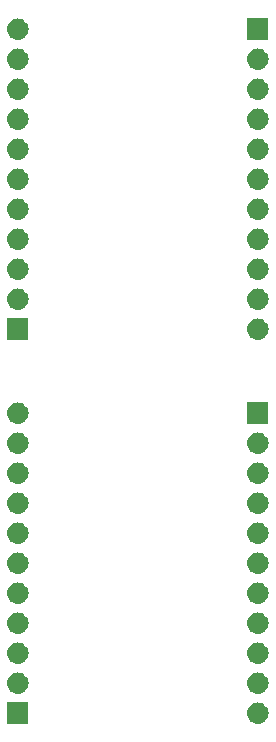
<source format=gbr>
G04 #@! TF.GenerationSoftware,KiCad,Pcbnew,5.1.3-ffb9f22~84~ubuntu18.04.1*
G04 #@! TF.CreationDate,2019-08-13T01:25:41-07:00*
G04 #@! TF.ProjectId,ATmega32U4breakout,41546d65-6761-4333-9255-34627265616b,rev?*
G04 #@! TF.SameCoordinates,Original*
G04 #@! TF.FileFunction,Soldermask,Bot*
G04 #@! TF.FilePolarity,Negative*
%FSLAX46Y46*%
G04 Gerber Fmt 4.6, Leading zero omitted, Abs format (unit mm)*
G04 Created by KiCad (PCBNEW 5.1.3-ffb9f22~84~ubuntu18.04.1) date 2019-08-13 01:25:41*
%MOMM*%
%LPD*%
G04 APERTURE LIST*
%ADD10C,0.100000*%
G04 APERTURE END LIST*
D10*
G36*
X144890442Y-118485518D02*
G01*
X144956627Y-118492037D01*
X145126466Y-118543557D01*
X145282991Y-118627222D01*
X145318729Y-118656552D01*
X145420186Y-118739814D01*
X145503448Y-118841271D01*
X145532778Y-118877009D01*
X145616443Y-119033534D01*
X145667963Y-119203373D01*
X145685359Y-119380000D01*
X145667963Y-119556627D01*
X145616443Y-119726466D01*
X145532778Y-119882991D01*
X145503448Y-119918729D01*
X145420186Y-120020186D01*
X145318729Y-120103448D01*
X145282991Y-120132778D01*
X145126466Y-120216443D01*
X144956627Y-120267963D01*
X144890442Y-120274482D01*
X144824260Y-120281000D01*
X144735740Y-120281000D01*
X144669558Y-120274482D01*
X144603373Y-120267963D01*
X144433534Y-120216443D01*
X144277009Y-120132778D01*
X144241271Y-120103448D01*
X144139814Y-120020186D01*
X144056552Y-119918729D01*
X144027222Y-119882991D01*
X143943557Y-119726466D01*
X143892037Y-119556627D01*
X143874641Y-119380000D01*
X143892037Y-119203373D01*
X143943557Y-119033534D01*
X144027222Y-118877009D01*
X144056552Y-118841271D01*
X144139814Y-118739814D01*
X144241271Y-118656552D01*
X144277009Y-118627222D01*
X144433534Y-118543557D01*
X144603373Y-118492037D01*
X144669558Y-118485518D01*
X144735740Y-118479000D01*
X144824260Y-118479000D01*
X144890442Y-118485518D01*
X144890442Y-118485518D01*
G37*
G36*
X125361000Y-120281000D02*
G01*
X123559000Y-120281000D01*
X123559000Y-118479000D01*
X125361000Y-118479000D01*
X125361000Y-120281000D01*
X125361000Y-120281000D01*
G37*
G36*
X144890442Y-115945518D02*
G01*
X144956627Y-115952037D01*
X145126466Y-116003557D01*
X145282991Y-116087222D01*
X145318729Y-116116552D01*
X145420186Y-116199814D01*
X145503448Y-116301271D01*
X145532778Y-116337009D01*
X145616443Y-116493534D01*
X145667963Y-116663373D01*
X145685359Y-116840000D01*
X145667963Y-117016627D01*
X145616443Y-117186466D01*
X145532778Y-117342991D01*
X145503448Y-117378729D01*
X145420186Y-117480186D01*
X145318729Y-117563448D01*
X145282991Y-117592778D01*
X145126466Y-117676443D01*
X144956627Y-117727963D01*
X144890442Y-117734482D01*
X144824260Y-117741000D01*
X144735740Y-117741000D01*
X144669558Y-117734482D01*
X144603373Y-117727963D01*
X144433534Y-117676443D01*
X144277009Y-117592778D01*
X144241271Y-117563448D01*
X144139814Y-117480186D01*
X144056552Y-117378729D01*
X144027222Y-117342991D01*
X143943557Y-117186466D01*
X143892037Y-117016627D01*
X143874641Y-116840000D01*
X143892037Y-116663373D01*
X143943557Y-116493534D01*
X144027222Y-116337009D01*
X144056552Y-116301271D01*
X144139814Y-116199814D01*
X144241271Y-116116552D01*
X144277009Y-116087222D01*
X144433534Y-116003557D01*
X144603373Y-115952037D01*
X144669558Y-115945518D01*
X144735740Y-115939000D01*
X144824260Y-115939000D01*
X144890442Y-115945518D01*
X144890442Y-115945518D01*
G37*
G36*
X124570442Y-115945518D02*
G01*
X124636627Y-115952037D01*
X124806466Y-116003557D01*
X124962991Y-116087222D01*
X124998729Y-116116552D01*
X125100186Y-116199814D01*
X125183448Y-116301271D01*
X125212778Y-116337009D01*
X125296443Y-116493534D01*
X125347963Y-116663373D01*
X125365359Y-116840000D01*
X125347963Y-117016627D01*
X125296443Y-117186466D01*
X125212778Y-117342991D01*
X125183448Y-117378729D01*
X125100186Y-117480186D01*
X124998729Y-117563448D01*
X124962991Y-117592778D01*
X124806466Y-117676443D01*
X124636627Y-117727963D01*
X124570442Y-117734482D01*
X124504260Y-117741000D01*
X124415740Y-117741000D01*
X124349558Y-117734482D01*
X124283373Y-117727963D01*
X124113534Y-117676443D01*
X123957009Y-117592778D01*
X123921271Y-117563448D01*
X123819814Y-117480186D01*
X123736552Y-117378729D01*
X123707222Y-117342991D01*
X123623557Y-117186466D01*
X123572037Y-117016627D01*
X123554641Y-116840000D01*
X123572037Y-116663373D01*
X123623557Y-116493534D01*
X123707222Y-116337009D01*
X123736552Y-116301271D01*
X123819814Y-116199814D01*
X123921271Y-116116552D01*
X123957009Y-116087222D01*
X124113534Y-116003557D01*
X124283373Y-115952037D01*
X124349558Y-115945518D01*
X124415740Y-115939000D01*
X124504260Y-115939000D01*
X124570442Y-115945518D01*
X124570442Y-115945518D01*
G37*
G36*
X124570443Y-113405519D02*
G01*
X124636627Y-113412037D01*
X124806466Y-113463557D01*
X124962991Y-113547222D01*
X124998729Y-113576552D01*
X125100186Y-113659814D01*
X125183448Y-113761271D01*
X125212778Y-113797009D01*
X125296443Y-113953534D01*
X125347963Y-114123373D01*
X125365359Y-114300000D01*
X125347963Y-114476627D01*
X125296443Y-114646466D01*
X125212778Y-114802991D01*
X125183448Y-114838729D01*
X125100186Y-114940186D01*
X124998729Y-115023448D01*
X124962991Y-115052778D01*
X124806466Y-115136443D01*
X124636627Y-115187963D01*
X124570442Y-115194482D01*
X124504260Y-115201000D01*
X124415740Y-115201000D01*
X124349558Y-115194482D01*
X124283373Y-115187963D01*
X124113534Y-115136443D01*
X123957009Y-115052778D01*
X123921271Y-115023448D01*
X123819814Y-114940186D01*
X123736552Y-114838729D01*
X123707222Y-114802991D01*
X123623557Y-114646466D01*
X123572037Y-114476627D01*
X123554641Y-114300000D01*
X123572037Y-114123373D01*
X123623557Y-113953534D01*
X123707222Y-113797009D01*
X123736552Y-113761271D01*
X123819814Y-113659814D01*
X123921271Y-113576552D01*
X123957009Y-113547222D01*
X124113534Y-113463557D01*
X124283373Y-113412037D01*
X124349557Y-113405519D01*
X124415740Y-113399000D01*
X124504260Y-113399000D01*
X124570443Y-113405519D01*
X124570443Y-113405519D01*
G37*
G36*
X144890443Y-113405519D02*
G01*
X144956627Y-113412037D01*
X145126466Y-113463557D01*
X145282991Y-113547222D01*
X145318729Y-113576552D01*
X145420186Y-113659814D01*
X145503448Y-113761271D01*
X145532778Y-113797009D01*
X145616443Y-113953534D01*
X145667963Y-114123373D01*
X145685359Y-114300000D01*
X145667963Y-114476627D01*
X145616443Y-114646466D01*
X145532778Y-114802991D01*
X145503448Y-114838729D01*
X145420186Y-114940186D01*
X145318729Y-115023448D01*
X145282991Y-115052778D01*
X145126466Y-115136443D01*
X144956627Y-115187963D01*
X144890442Y-115194482D01*
X144824260Y-115201000D01*
X144735740Y-115201000D01*
X144669558Y-115194482D01*
X144603373Y-115187963D01*
X144433534Y-115136443D01*
X144277009Y-115052778D01*
X144241271Y-115023448D01*
X144139814Y-114940186D01*
X144056552Y-114838729D01*
X144027222Y-114802991D01*
X143943557Y-114646466D01*
X143892037Y-114476627D01*
X143874641Y-114300000D01*
X143892037Y-114123373D01*
X143943557Y-113953534D01*
X144027222Y-113797009D01*
X144056552Y-113761271D01*
X144139814Y-113659814D01*
X144241271Y-113576552D01*
X144277009Y-113547222D01*
X144433534Y-113463557D01*
X144603373Y-113412037D01*
X144669557Y-113405519D01*
X144735740Y-113399000D01*
X144824260Y-113399000D01*
X144890443Y-113405519D01*
X144890443Y-113405519D01*
G37*
G36*
X124570442Y-110865518D02*
G01*
X124636627Y-110872037D01*
X124806466Y-110923557D01*
X124962991Y-111007222D01*
X124998729Y-111036552D01*
X125100186Y-111119814D01*
X125183448Y-111221271D01*
X125212778Y-111257009D01*
X125296443Y-111413534D01*
X125347963Y-111583373D01*
X125365359Y-111760000D01*
X125347963Y-111936627D01*
X125296443Y-112106466D01*
X125212778Y-112262991D01*
X125183448Y-112298729D01*
X125100186Y-112400186D01*
X124998729Y-112483448D01*
X124962991Y-112512778D01*
X124806466Y-112596443D01*
X124636627Y-112647963D01*
X124570442Y-112654482D01*
X124504260Y-112661000D01*
X124415740Y-112661000D01*
X124349558Y-112654482D01*
X124283373Y-112647963D01*
X124113534Y-112596443D01*
X123957009Y-112512778D01*
X123921271Y-112483448D01*
X123819814Y-112400186D01*
X123736552Y-112298729D01*
X123707222Y-112262991D01*
X123623557Y-112106466D01*
X123572037Y-111936627D01*
X123554641Y-111760000D01*
X123572037Y-111583373D01*
X123623557Y-111413534D01*
X123707222Y-111257009D01*
X123736552Y-111221271D01*
X123819814Y-111119814D01*
X123921271Y-111036552D01*
X123957009Y-111007222D01*
X124113534Y-110923557D01*
X124283373Y-110872037D01*
X124349558Y-110865518D01*
X124415740Y-110859000D01*
X124504260Y-110859000D01*
X124570442Y-110865518D01*
X124570442Y-110865518D01*
G37*
G36*
X144890442Y-110865518D02*
G01*
X144956627Y-110872037D01*
X145126466Y-110923557D01*
X145282991Y-111007222D01*
X145318729Y-111036552D01*
X145420186Y-111119814D01*
X145503448Y-111221271D01*
X145532778Y-111257009D01*
X145616443Y-111413534D01*
X145667963Y-111583373D01*
X145685359Y-111760000D01*
X145667963Y-111936627D01*
X145616443Y-112106466D01*
X145532778Y-112262991D01*
X145503448Y-112298729D01*
X145420186Y-112400186D01*
X145318729Y-112483448D01*
X145282991Y-112512778D01*
X145126466Y-112596443D01*
X144956627Y-112647963D01*
X144890442Y-112654482D01*
X144824260Y-112661000D01*
X144735740Y-112661000D01*
X144669558Y-112654482D01*
X144603373Y-112647963D01*
X144433534Y-112596443D01*
X144277009Y-112512778D01*
X144241271Y-112483448D01*
X144139814Y-112400186D01*
X144056552Y-112298729D01*
X144027222Y-112262991D01*
X143943557Y-112106466D01*
X143892037Y-111936627D01*
X143874641Y-111760000D01*
X143892037Y-111583373D01*
X143943557Y-111413534D01*
X144027222Y-111257009D01*
X144056552Y-111221271D01*
X144139814Y-111119814D01*
X144241271Y-111036552D01*
X144277009Y-111007222D01*
X144433534Y-110923557D01*
X144603373Y-110872037D01*
X144669558Y-110865518D01*
X144735740Y-110859000D01*
X144824260Y-110859000D01*
X144890442Y-110865518D01*
X144890442Y-110865518D01*
G37*
G36*
X124570443Y-108325519D02*
G01*
X124636627Y-108332037D01*
X124806466Y-108383557D01*
X124962991Y-108467222D01*
X124998729Y-108496552D01*
X125100186Y-108579814D01*
X125183448Y-108681271D01*
X125212778Y-108717009D01*
X125296443Y-108873534D01*
X125347963Y-109043373D01*
X125365359Y-109220000D01*
X125347963Y-109396627D01*
X125296443Y-109566466D01*
X125212778Y-109722991D01*
X125183448Y-109758729D01*
X125100186Y-109860186D01*
X124998729Y-109943448D01*
X124962991Y-109972778D01*
X124806466Y-110056443D01*
X124636627Y-110107963D01*
X124570443Y-110114481D01*
X124504260Y-110121000D01*
X124415740Y-110121000D01*
X124349557Y-110114481D01*
X124283373Y-110107963D01*
X124113534Y-110056443D01*
X123957009Y-109972778D01*
X123921271Y-109943448D01*
X123819814Y-109860186D01*
X123736552Y-109758729D01*
X123707222Y-109722991D01*
X123623557Y-109566466D01*
X123572037Y-109396627D01*
X123554641Y-109220000D01*
X123572037Y-109043373D01*
X123623557Y-108873534D01*
X123707222Y-108717009D01*
X123736552Y-108681271D01*
X123819814Y-108579814D01*
X123921271Y-108496552D01*
X123957009Y-108467222D01*
X124113534Y-108383557D01*
X124283373Y-108332037D01*
X124349557Y-108325519D01*
X124415740Y-108319000D01*
X124504260Y-108319000D01*
X124570443Y-108325519D01*
X124570443Y-108325519D01*
G37*
G36*
X144890443Y-108325519D02*
G01*
X144956627Y-108332037D01*
X145126466Y-108383557D01*
X145282991Y-108467222D01*
X145318729Y-108496552D01*
X145420186Y-108579814D01*
X145503448Y-108681271D01*
X145532778Y-108717009D01*
X145616443Y-108873534D01*
X145667963Y-109043373D01*
X145685359Y-109220000D01*
X145667963Y-109396627D01*
X145616443Y-109566466D01*
X145532778Y-109722991D01*
X145503448Y-109758729D01*
X145420186Y-109860186D01*
X145318729Y-109943448D01*
X145282991Y-109972778D01*
X145126466Y-110056443D01*
X144956627Y-110107963D01*
X144890443Y-110114481D01*
X144824260Y-110121000D01*
X144735740Y-110121000D01*
X144669557Y-110114481D01*
X144603373Y-110107963D01*
X144433534Y-110056443D01*
X144277009Y-109972778D01*
X144241271Y-109943448D01*
X144139814Y-109860186D01*
X144056552Y-109758729D01*
X144027222Y-109722991D01*
X143943557Y-109566466D01*
X143892037Y-109396627D01*
X143874641Y-109220000D01*
X143892037Y-109043373D01*
X143943557Y-108873534D01*
X144027222Y-108717009D01*
X144056552Y-108681271D01*
X144139814Y-108579814D01*
X144241271Y-108496552D01*
X144277009Y-108467222D01*
X144433534Y-108383557D01*
X144603373Y-108332037D01*
X144669557Y-108325519D01*
X144735740Y-108319000D01*
X144824260Y-108319000D01*
X144890443Y-108325519D01*
X144890443Y-108325519D01*
G37*
G36*
X124570443Y-105785519D02*
G01*
X124636627Y-105792037D01*
X124806466Y-105843557D01*
X124962991Y-105927222D01*
X124998729Y-105956552D01*
X125100186Y-106039814D01*
X125183448Y-106141271D01*
X125212778Y-106177009D01*
X125296443Y-106333534D01*
X125347963Y-106503373D01*
X125365359Y-106680000D01*
X125347963Y-106856627D01*
X125296443Y-107026466D01*
X125212778Y-107182991D01*
X125183448Y-107218729D01*
X125100186Y-107320186D01*
X124998729Y-107403448D01*
X124962991Y-107432778D01*
X124806466Y-107516443D01*
X124636627Y-107567963D01*
X124570443Y-107574481D01*
X124504260Y-107581000D01*
X124415740Y-107581000D01*
X124349557Y-107574481D01*
X124283373Y-107567963D01*
X124113534Y-107516443D01*
X123957009Y-107432778D01*
X123921271Y-107403448D01*
X123819814Y-107320186D01*
X123736552Y-107218729D01*
X123707222Y-107182991D01*
X123623557Y-107026466D01*
X123572037Y-106856627D01*
X123554641Y-106680000D01*
X123572037Y-106503373D01*
X123623557Y-106333534D01*
X123707222Y-106177009D01*
X123736552Y-106141271D01*
X123819814Y-106039814D01*
X123921271Y-105956552D01*
X123957009Y-105927222D01*
X124113534Y-105843557D01*
X124283373Y-105792037D01*
X124349557Y-105785519D01*
X124415740Y-105779000D01*
X124504260Y-105779000D01*
X124570443Y-105785519D01*
X124570443Y-105785519D01*
G37*
G36*
X144890443Y-105785519D02*
G01*
X144956627Y-105792037D01*
X145126466Y-105843557D01*
X145282991Y-105927222D01*
X145318729Y-105956552D01*
X145420186Y-106039814D01*
X145503448Y-106141271D01*
X145532778Y-106177009D01*
X145616443Y-106333534D01*
X145667963Y-106503373D01*
X145685359Y-106680000D01*
X145667963Y-106856627D01*
X145616443Y-107026466D01*
X145532778Y-107182991D01*
X145503448Y-107218729D01*
X145420186Y-107320186D01*
X145318729Y-107403448D01*
X145282991Y-107432778D01*
X145126466Y-107516443D01*
X144956627Y-107567963D01*
X144890443Y-107574481D01*
X144824260Y-107581000D01*
X144735740Y-107581000D01*
X144669557Y-107574481D01*
X144603373Y-107567963D01*
X144433534Y-107516443D01*
X144277009Y-107432778D01*
X144241271Y-107403448D01*
X144139814Y-107320186D01*
X144056552Y-107218729D01*
X144027222Y-107182991D01*
X143943557Y-107026466D01*
X143892037Y-106856627D01*
X143874641Y-106680000D01*
X143892037Y-106503373D01*
X143943557Y-106333534D01*
X144027222Y-106177009D01*
X144056552Y-106141271D01*
X144139814Y-106039814D01*
X144241271Y-105956552D01*
X144277009Y-105927222D01*
X144433534Y-105843557D01*
X144603373Y-105792037D01*
X144669557Y-105785519D01*
X144735740Y-105779000D01*
X144824260Y-105779000D01*
X144890443Y-105785519D01*
X144890443Y-105785519D01*
G37*
G36*
X144890443Y-103245519D02*
G01*
X144956627Y-103252037D01*
X145126466Y-103303557D01*
X145282991Y-103387222D01*
X145318729Y-103416552D01*
X145420186Y-103499814D01*
X145503448Y-103601271D01*
X145532778Y-103637009D01*
X145616443Y-103793534D01*
X145667963Y-103963373D01*
X145685359Y-104140000D01*
X145667963Y-104316627D01*
X145616443Y-104486466D01*
X145532778Y-104642991D01*
X145503448Y-104678729D01*
X145420186Y-104780186D01*
X145318729Y-104863448D01*
X145282991Y-104892778D01*
X145126466Y-104976443D01*
X144956627Y-105027963D01*
X144890442Y-105034482D01*
X144824260Y-105041000D01*
X144735740Y-105041000D01*
X144669557Y-105034481D01*
X144603373Y-105027963D01*
X144433534Y-104976443D01*
X144277009Y-104892778D01*
X144241271Y-104863448D01*
X144139814Y-104780186D01*
X144056552Y-104678729D01*
X144027222Y-104642991D01*
X143943557Y-104486466D01*
X143892037Y-104316627D01*
X143874641Y-104140000D01*
X143892037Y-103963373D01*
X143943557Y-103793534D01*
X144027222Y-103637009D01*
X144056552Y-103601271D01*
X144139814Y-103499814D01*
X144241271Y-103416552D01*
X144277009Y-103387222D01*
X144433534Y-103303557D01*
X144603373Y-103252037D01*
X144669558Y-103245518D01*
X144735740Y-103239000D01*
X144824260Y-103239000D01*
X144890443Y-103245519D01*
X144890443Y-103245519D01*
G37*
G36*
X124570443Y-103245519D02*
G01*
X124636627Y-103252037D01*
X124806466Y-103303557D01*
X124962991Y-103387222D01*
X124998729Y-103416552D01*
X125100186Y-103499814D01*
X125183448Y-103601271D01*
X125212778Y-103637009D01*
X125296443Y-103793534D01*
X125347963Y-103963373D01*
X125365359Y-104140000D01*
X125347963Y-104316627D01*
X125296443Y-104486466D01*
X125212778Y-104642991D01*
X125183448Y-104678729D01*
X125100186Y-104780186D01*
X124998729Y-104863448D01*
X124962991Y-104892778D01*
X124806466Y-104976443D01*
X124636627Y-105027963D01*
X124570442Y-105034482D01*
X124504260Y-105041000D01*
X124415740Y-105041000D01*
X124349557Y-105034481D01*
X124283373Y-105027963D01*
X124113534Y-104976443D01*
X123957009Y-104892778D01*
X123921271Y-104863448D01*
X123819814Y-104780186D01*
X123736552Y-104678729D01*
X123707222Y-104642991D01*
X123623557Y-104486466D01*
X123572037Y-104316627D01*
X123554641Y-104140000D01*
X123572037Y-103963373D01*
X123623557Y-103793534D01*
X123707222Y-103637009D01*
X123736552Y-103601271D01*
X123819814Y-103499814D01*
X123921271Y-103416552D01*
X123957009Y-103387222D01*
X124113534Y-103303557D01*
X124283373Y-103252037D01*
X124349558Y-103245518D01*
X124415740Y-103239000D01*
X124504260Y-103239000D01*
X124570443Y-103245519D01*
X124570443Y-103245519D01*
G37*
G36*
X144890443Y-100705519D02*
G01*
X144956627Y-100712037D01*
X145126466Y-100763557D01*
X145282991Y-100847222D01*
X145318729Y-100876552D01*
X145420186Y-100959814D01*
X145503448Y-101061271D01*
X145532778Y-101097009D01*
X145616443Y-101253534D01*
X145667963Y-101423373D01*
X145685359Y-101600000D01*
X145667963Y-101776627D01*
X145616443Y-101946466D01*
X145532778Y-102102991D01*
X145503448Y-102138729D01*
X145420186Y-102240186D01*
X145318729Y-102323448D01*
X145282991Y-102352778D01*
X145126466Y-102436443D01*
X144956627Y-102487963D01*
X144890442Y-102494482D01*
X144824260Y-102501000D01*
X144735740Y-102501000D01*
X144669558Y-102494482D01*
X144603373Y-102487963D01*
X144433534Y-102436443D01*
X144277009Y-102352778D01*
X144241271Y-102323448D01*
X144139814Y-102240186D01*
X144056552Y-102138729D01*
X144027222Y-102102991D01*
X143943557Y-101946466D01*
X143892037Y-101776627D01*
X143874641Y-101600000D01*
X143892037Y-101423373D01*
X143943557Y-101253534D01*
X144027222Y-101097009D01*
X144056552Y-101061271D01*
X144139814Y-100959814D01*
X144241271Y-100876552D01*
X144277009Y-100847222D01*
X144433534Y-100763557D01*
X144603373Y-100712037D01*
X144669557Y-100705519D01*
X144735740Y-100699000D01*
X144824260Y-100699000D01*
X144890443Y-100705519D01*
X144890443Y-100705519D01*
G37*
G36*
X124570443Y-100705519D02*
G01*
X124636627Y-100712037D01*
X124806466Y-100763557D01*
X124962991Y-100847222D01*
X124998729Y-100876552D01*
X125100186Y-100959814D01*
X125183448Y-101061271D01*
X125212778Y-101097009D01*
X125296443Y-101253534D01*
X125347963Y-101423373D01*
X125365359Y-101600000D01*
X125347963Y-101776627D01*
X125296443Y-101946466D01*
X125212778Y-102102991D01*
X125183448Y-102138729D01*
X125100186Y-102240186D01*
X124998729Y-102323448D01*
X124962991Y-102352778D01*
X124806466Y-102436443D01*
X124636627Y-102487963D01*
X124570442Y-102494482D01*
X124504260Y-102501000D01*
X124415740Y-102501000D01*
X124349558Y-102494482D01*
X124283373Y-102487963D01*
X124113534Y-102436443D01*
X123957009Y-102352778D01*
X123921271Y-102323448D01*
X123819814Y-102240186D01*
X123736552Y-102138729D01*
X123707222Y-102102991D01*
X123623557Y-101946466D01*
X123572037Y-101776627D01*
X123554641Y-101600000D01*
X123572037Y-101423373D01*
X123623557Y-101253534D01*
X123707222Y-101097009D01*
X123736552Y-101061271D01*
X123819814Y-100959814D01*
X123921271Y-100876552D01*
X123957009Y-100847222D01*
X124113534Y-100763557D01*
X124283373Y-100712037D01*
X124349557Y-100705519D01*
X124415740Y-100699000D01*
X124504260Y-100699000D01*
X124570443Y-100705519D01*
X124570443Y-100705519D01*
G37*
G36*
X124570443Y-98165519D02*
G01*
X124636627Y-98172037D01*
X124806466Y-98223557D01*
X124962991Y-98307222D01*
X124998729Y-98336552D01*
X125100186Y-98419814D01*
X125183448Y-98521271D01*
X125212778Y-98557009D01*
X125296443Y-98713534D01*
X125347963Y-98883373D01*
X125365359Y-99060000D01*
X125347963Y-99236627D01*
X125296443Y-99406466D01*
X125212778Y-99562991D01*
X125183448Y-99598729D01*
X125100186Y-99700186D01*
X124998729Y-99783448D01*
X124962991Y-99812778D01*
X124806466Y-99896443D01*
X124636627Y-99947963D01*
X124570443Y-99954481D01*
X124504260Y-99961000D01*
X124415740Y-99961000D01*
X124349557Y-99954481D01*
X124283373Y-99947963D01*
X124113534Y-99896443D01*
X123957009Y-99812778D01*
X123921271Y-99783448D01*
X123819814Y-99700186D01*
X123736552Y-99598729D01*
X123707222Y-99562991D01*
X123623557Y-99406466D01*
X123572037Y-99236627D01*
X123554641Y-99060000D01*
X123572037Y-98883373D01*
X123623557Y-98713534D01*
X123707222Y-98557009D01*
X123736552Y-98521271D01*
X123819814Y-98419814D01*
X123921271Y-98336552D01*
X123957009Y-98307222D01*
X124113534Y-98223557D01*
X124283373Y-98172037D01*
X124349557Y-98165519D01*
X124415740Y-98159000D01*
X124504260Y-98159000D01*
X124570443Y-98165519D01*
X124570443Y-98165519D01*
G37*
G36*
X144890443Y-98165519D02*
G01*
X144956627Y-98172037D01*
X145126466Y-98223557D01*
X145282991Y-98307222D01*
X145318729Y-98336552D01*
X145420186Y-98419814D01*
X145503448Y-98521271D01*
X145532778Y-98557009D01*
X145616443Y-98713534D01*
X145667963Y-98883373D01*
X145685359Y-99060000D01*
X145667963Y-99236627D01*
X145616443Y-99406466D01*
X145532778Y-99562991D01*
X145503448Y-99598729D01*
X145420186Y-99700186D01*
X145318729Y-99783448D01*
X145282991Y-99812778D01*
X145126466Y-99896443D01*
X144956627Y-99947963D01*
X144890443Y-99954481D01*
X144824260Y-99961000D01*
X144735740Y-99961000D01*
X144669557Y-99954481D01*
X144603373Y-99947963D01*
X144433534Y-99896443D01*
X144277009Y-99812778D01*
X144241271Y-99783448D01*
X144139814Y-99700186D01*
X144056552Y-99598729D01*
X144027222Y-99562991D01*
X143943557Y-99406466D01*
X143892037Y-99236627D01*
X143874641Y-99060000D01*
X143892037Y-98883373D01*
X143943557Y-98713534D01*
X144027222Y-98557009D01*
X144056552Y-98521271D01*
X144139814Y-98419814D01*
X144241271Y-98336552D01*
X144277009Y-98307222D01*
X144433534Y-98223557D01*
X144603373Y-98172037D01*
X144669557Y-98165519D01*
X144735740Y-98159000D01*
X144824260Y-98159000D01*
X144890443Y-98165519D01*
X144890443Y-98165519D01*
G37*
G36*
X124570442Y-95625518D02*
G01*
X124636627Y-95632037D01*
X124806466Y-95683557D01*
X124962991Y-95767222D01*
X124998729Y-95796552D01*
X125100186Y-95879814D01*
X125183448Y-95981271D01*
X125212778Y-96017009D01*
X125296443Y-96173534D01*
X125347963Y-96343373D01*
X125365359Y-96520000D01*
X125347963Y-96696627D01*
X125296443Y-96866466D01*
X125212778Y-97022991D01*
X125183448Y-97058729D01*
X125100186Y-97160186D01*
X124998729Y-97243448D01*
X124962991Y-97272778D01*
X124806466Y-97356443D01*
X124636627Y-97407963D01*
X124570442Y-97414482D01*
X124504260Y-97421000D01*
X124415740Y-97421000D01*
X124349558Y-97414482D01*
X124283373Y-97407963D01*
X124113534Y-97356443D01*
X123957009Y-97272778D01*
X123921271Y-97243448D01*
X123819814Y-97160186D01*
X123736552Y-97058729D01*
X123707222Y-97022991D01*
X123623557Y-96866466D01*
X123572037Y-96696627D01*
X123554641Y-96520000D01*
X123572037Y-96343373D01*
X123623557Y-96173534D01*
X123707222Y-96017009D01*
X123736552Y-95981271D01*
X123819814Y-95879814D01*
X123921271Y-95796552D01*
X123957009Y-95767222D01*
X124113534Y-95683557D01*
X124283373Y-95632037D01*
X124349558Y-95625518D01*
X124415740Y-95619000D01*
X124504260Y-95619000D01*
X124570442Y-95625518D01*
X124570442Y-95625518D01*
G37*
G36*
X144890442Y-95625518D02*
G01*
X144956627Y-95632037D01*
X145126466Y-95683557D01*
X145282991Y-95767222D01*
X145318729Y-95796552D01*
X145420186Y-95879814D01*
X145503448Y-95981271D01*
X145532778Y-96017009D01*
X145616443Y-96173534D01*
X145667963Y-96343373D01*
X145685359Y-96520000D01*
X145667963Y-96696627D01*
X145616443Y-96866466D01*
X145532778Y-97022991D01*
X145503448Y-97058729D01*
X145420186Y-97160186D01*
X145318729Y-97243448D01*
X145282991Y-97272778D01*
X145126466Y-97356443D01*
X144956627Y-97407963D01*
X144890442Y-97414482D01*
X144824260Y-97421000D01*
X144735740Y-97421000D01*
X144669558Y-97414482D01*
X144603373Y-97407963D01*
X144433534Y-97356443D01*
X144277009Y-97272778D01*
X144241271Y-97243448D01*
X144139814Y-97160186D01*
X144056552Y-97058729D01*
X144027222Y-97022991D01*
X143943557Y-96866466D01*
X143892037Y-96696627D01*
X143874641Y-96520000D01*
X143892037Y-96343373D01*
X143943557Y-96173534D01*
X144027222Y-96017009D01*
X144056552Y-95981271D01*
X144139814Y-95879814D01*
X144241271Y-95796552D01*
X144277009Y-95767222D01*
X144433534Y-95683557D01*
X144603373Y-95632037D01*
X144669558Y-95625518D01*
X144735740Y-95619000D01*
X144824260Y-95619000D01*
X144890442Y-95625518D01*
X144890442Y-95625518D01*
G37*
G36*
X124570443Y-93085519D02*
G01*
X124636627Y-93092037D01*
X124806466Y-93143557D01*
X124962991Y-93227222D01*
X124998729Y-93256552D01*
X125100186Y-93339814D01*
X125183448Y-93441271D01*
X125212778Y-93477009D01*
X125296443Y-93633534D01*
X125347963Y-93803373D01*
X125365359Y-93980000D01*
X125347963Y-94156627D01*
X125296443Y-94326466D01*
X125212778Y-94482991D01*
X125183448Y-94518729D01*
X125100186Y-94620186D01*
X124998729Y-94703448D01*
X124962991Y-94732778D01*
X124806466Y-94816443D01*
X124636627Y-94867963D01*
X124570443Y-94874481D01*
X124504260Y-94881000D01*
X124415740Y-94881000D01*
X124349557Y-94874481D01*
X124283373Y-94867963D01*
X124113534Y-94816443D01*
X123957009Y-94732778D01*
X123921271Y-94703448D01*
X123819814Y-94620186D01*
X123736552Y-94518729D01*
X123707222Y-94482991D01*
X123623557Y-94326466D01*
X123572037Y-94156627D01*
X123554641Y-93980000D01*
X123572037Y-93803373D01*
X123623557Y-93633534D01*
X123707222Y-93477009D01*
X123736552Y-93441271D01*
X123819814Y-93339814D01*
X123921271Y-93256552D01*
X123957009Y-93227222D01*
X124113534Y-93143557D01*
X124283373Y-93092037D01*
X124349557Y-93085519D01*
X124415740Y-93079000D01*
X124504260Y-93079000D01*
X124570443Y-93085519D01*
X124570443Y-93085519D01*
G37*
G36*
X145681000Y-94881000D02*
G01*
X143879000Y-94881000D01*
X143879000Y-93079000D01*
X145681000Y-93079000D01*
X145681000Y-94881000D01*
X145681000Y-94881000D01*
G37*
G36*
X125361000Y-87769000D02*
G01*
X123559000Y-87769000D01*
X123559000Y-85967000D01*
X125361000Y-85967000D01*
X125361000Y-87769000D01*
X125361000Y-87769000D01*
G37*
G36*
X144890443Y-85973519D02*
G01*
X144956627Y-85980037D01*
X145126466Y-86031557D01*
X145282991Y-86115222D01*
X145318729Y-86144552D01*
X145420186Y-86227814D01*
X145503448Y-86329271D01*
X145532778Y-86365009D01*
X145616443Y-86521534D01*
X145667963Y-86691373D01*
X145685359Y-86868000D01*
X145667963Y-87044627D01*
X145616443Y-87214466D01*
X145532778Y-87370991D01*
X145503448Y-87406729D01*
X145420186Y-87508186D01*
X145318729Y-87591448D01*
X145282991Y-87620778D01*
X145126466Y-87704443D01*
X144956627Y-87755963D01*
X144890442Y-87762482D01*
X144824260Y-87769000D01*
X144735740Y-87769000D01*
X144669558Y-87762482D01*
X144603373Y-87755963D01*
X144433534Y-87704443D01*
X144277009Y-87620778D01*
X144241271Y-87591448D01*
X144139814Y-87508186D01*
X144056552Y-87406729D01*
X144027222Y-87370991D01*
X143943557Y-87214466D01*
X143892037Y-87044627D01*
X143874641Y-86868000D01*
X143892037Y-86691373D01*
X143943557Y-86521534D01*
X144027222Y-86365009D01*
X144056552Y-86329271D01*
X144139814Y-86227814D01*
X144241271Y-86144552D01*
X144277009Y-86115222D01*
X144433534Y-86031557D01*
X144603373Y-85980037D01*
X144669557Y-85973519D01*
X144735740Y-85967000D01*
X144824260Y-85967000D01*
X144890443Y-85973519D01*
X144890443Y-85973519D01*
G37*
G36*
X124570443Y-83433519D02*
G01*
X124636627Y-83440037D01*
X124806466Y-83491557D01*
X124962991Y-83575222D01*
X124998729Y-83604552D01*
X125100186Y-83687814D01*
X125183448Y-83789271D01*
X125212778Y-83825009D01*
X125296443Y-83981534D01*
X125347963Y-84151373D01*
X125365359Y-84328000D01*
X125347963Y-84504627D01*
X125296443Y-84674466D01*
X125212778Y-84830991D01*
X125183448Y-84866729D01*
X125100186Y-84968186D01*
X124998729Y-85051448D01*
X124962991Y-85080778D01*
X124806466Y-85164443D01*
X124636627Y-85215963D01*
X124570443Y-85222481D01*
X124504260Y-85229000D01*
X124415740Y-85229000D01*
X124349557Y-85222481D01*
X124283373Y-85215963D01*
X124113534Y-85164443D01*
X123957009Y-85080778D01*
X123921271Y-85051448D01*
X123819814Y-84968186D01*
X123736552Y-84866729D01*
X123707222Y-84830991D01*
X123623557Y-84674466D01*
X123572037Y-84504627D01*
X123554641Y-84328000D01*
X123572037Y-84151373D01*
X123623557Y-83981534D01*
X123707222Y-83825009D01*
X123736552Y-83789271D01*
X123819814Y-83687814D01*
X123921271Y-83604552D01*
X123957009Y-83575222D01*
X124113534Y-83491557D01*
X124283373Y-83440037D01*
X124349557Y-83433519D01*
X124415740Y-83427000D01*
X124504260Y-83427000D01*
X124570443Y-83433519D01*
X124570443Y-83433519D01*
G37*
G36*
X144890443Y-83433519D02*
G01*
X144956627Y-83440037D01*
X145126466Y-83491557D01*
X145282991Y-83575222D01*
X145318729Y-83604552D01*
X145420186Y-83687814D01*
X145503448Y-83789271D01*
X145532778Y-83825009D01*
X145616443Y-83981534D01*
X145667963Y-84151373D01*
X145685359Y-84328000D01*
X145667963Y-84504627D01*
X145616443Y-84674466D01*
X145532778Y-84830991D01*
X145503448Y-84866729D01*
X145420186Y-84968186D01*
X145318729Y-85051448D01*
X145282991Y-85080778D01*
X145126466Y-85164443D01*
X144956627Y-85215963D01*
X144890443Y-85222481D01*
X144824260Y-85229000D01*
X144735740Y-85229000D01*
X144669557Y-85222481D01*
X144603373Y-85215963D01*
X144433534Y-85164443D01*
X144277009Y-85080778D01*
X144241271Y-85051448D01*
X144139814Y-84968186D01*
X144056552Y-84866729D01*
X144027222Y-84830991D01*
X143943557Y-84674466D01*
X143892037Y-84504627D01*
X143874641Y-84328000D01*
X143892037Y-84151373D01*
X143943557Y-83981534D01*
X144027222Y-83825009D01*
X144056552Y-83789271D01*
X144139814Y-83687814D01*
X144241271Y-83604552D01*
X144277009Y-83575222D01*
X144433534Y-83491557D01*
X144603373Y-83440037D01*
X144669557Y-83433519D01*
X144735740Y-83427000D01*
X144824260Y-83427000D01*
X144890443Y-83433519D01*
X144890443Y-83433519D01*
G37*
G36*
X124570442Y-80893518D02*
G01*
X124636627Y-80900037D01*
X124806466Y-80951557D01*
X124962991Y-81035222D01*
X124998729Y-81064552D01*
X125100186Y-81147814D01*
X125183448Y-81249271D01*
X125212778Y-81285009D01*
X125296443Y-81441534D01*
X125347963Y-81611373D01*
X125365359Y-81788000D01*
X125347963Y-81964627D01*
X125296443Y-82134466D01*
X125212778Y-82290991D01*
X125183448Y-82326729D01*
X125100186Y-82428186D01*
X124998729Y-82511448D01*
X124962991Y-82540778D01*
X124806466Y-82624443D01*
X124636627Y-82675963D01*
X124570442Y-82682482D01*
X124504260Y-82689000D01*
X124415740Y-82689000D01*
X124349558Y-82682482D01*
X124283373Y-82675963D01*
X124113534Y-82624443D01*
X123957009Y-82540778D01*
X123921271Y-82511448D01*
X123819814Y-82428186D01*
X123736552Y-82326729D01*
X123707222Y-82290991D01*
X123623557Y-82134466D01*
X123572037Y-81964627D01*
X123554641Y-81788000D01*
X123572037Y-81611373D01*
X123623557Y-81441534D01*
X123707222Y-81285009D01*
X123736552Y-81249271D01*
X123819814Y-81147814D01*
X123921271Y-81064552D01*
X123957009Y-81035222D01*
X124113534Y-80951557D01*
X124283373Y-80900037D01*
X124349558Y-80893518D01*
X124415740Y-80887000D01*
X124504260Y-80887000D01*
X124570442Y-80893518D01*
X124570442Y-80893518D01*
G37*
G36*
X144890442Y-80893518D02*
G01*
X144956627Y-80900037D01*
X145126466Y-80951557D01*
X145282991Y-81035222D01*
X145318729Y-81064552D01*
X145420186Y-81147814D01*
X145503448Y-81249271D01*
X145532778Y-81285009D01*
X145616443Y-81441534D01*
X145667963Y-81611373D01*
X145685359Y-81788000D01*
X145667963Y-81964627D01*
X145616443Y-82134466D01*
X145532778Y-82290991D01*
X145503448Y-82326729D01*
X145420186Y-82428186D01*
X145318729Y-82511448D01*
X145282991Y-82540778D01*
X145126466Y-82624443D01*
X144956627Y-82675963D01*
X144890442Y-82682482D01*
X144824260Y-82689000D01*
X144735740Y-82689000D01*
X144669558Y-82682482D01*
X144603373Y-82675963D01*
X144433534Y-82624443D01*
X144277009Y-82540778D01*
X144241271Y-82511448D01*
X144139814Y-82428186D01*
X144056552Y-82326729D01*
X144027222Y-82290991D01*
X143943557Y-82134466D01*
X143892037Y-81964627D01*
X143874641Y-81788000D01*
X143892037Y-81611373D01*
X143943557Y-81441534D01*
X144027222Y-81285009D01*
X144056552Y-81249271D01*
X144139814Y-81147814D01*
X144241271Y-81064552D01*
X144277009Y-81035222D01*
X144433534Y-80951557D01*
X144603373Y-80900037D01*
X144669558Y-80893518D01*
X144735740Y-80887000D01*
X144824260Y-80887000D01*
X144890442Y-80893518D01*
X144890442Y-80893518D01*
G37*
G36*
X144890443Y-78353519D02*
G01*
X144956627Y-78360037D01*
X145126466Y-78411557D01*
X145282991Y-78495222D01*
X145318729Y-78524552D01*
X145420186Y-78607814D01*
X145503448Y-78709271D01*
X145532778Y-78745009D01*
X145616443Y-78901534D01*
X145667963Y-79071373D01*
X145685359Y-79248000D01*
X145667963Y-79424627D01*
X145616443Y-79594466D01*
X145532778Y-79750991D01*
X145503448Y-79786729D01*
X145420186Y-79888186D01*
X145318729Y-79971448D01*
X145282991Y-80000778D01*
X145126466Y-80084443D01*
X144956627Y-80135963D01*
X144890443Y-80142481D01*
X144824260Y-80149000D01*
X144735740Y-80149000D01*
X144669557Y-80142481D01*
X144603373Y-80135963D01*
X144433534Y-80084443D01*
X144277009Y-80000778D01*
X144241271Y-79971448D01*
X144139814Y-79888186D01*
X144056552Y-79786729D01*
X144027222Y-79750991D01*
X143943557Y-79594466D01*
X143892037Y-79424627D01*
X143874641Y-79248000D01*
X143892037Y-79071373D01*
X143943557Y-78901534D01*
X144027222Y-78745009D01*
X144056552Y-78709271D01*
X144139814Y-78607814D01*
X144241271Y-78524552D01*
X144277009Y-78495222D01*
X144433534Y-78411557D01*
X144603373Y-78360037D01*
X144669557Y-78353519D01*
X144735740Y-78347000D01*
X144824260Y-78347000D01*
X144890443Y-78353519D01*
X144890443Y-78353519D01*
G37*
G36*
X124570443Y-78353519D02*
G01*
X124636627Y-78360037D01*
X124806466Y-78411557D01*
X124962991Y-78495222D01*
X124998729Y-78524552D01*
X125100186Y-78607814D01*
X125183448Y-78709271D01*
X125212778Y-78745009D01*
X125296443Y-78901534D01*
X125347963Y-79071373D01*
X125365359Y-79248000D01*
X125347963Y-79424627D01*
X125296443Y-79594466D01*
X125212778Y-79750991D01*
X125183448Y-79786729D01*
X125100186Y-79888186D01*
X124998729Y-79971448D01*
X124962991Y-80000778D01*
X124806466Y-80084443D01*
X124636627Y-80135963D01*
X124570443Y-80142481D01*
X124504260Y-80149000D01*
X124415740Y-80149000D01*
X124349557Y-80142481D01*
X124283373Y-80135963D01*
X124113534Y-80084443D01*
X123957009Y-80000778D01*
X123921271Y-79971448D01*
X123819814Y-79888186D01*
X123736552Y-79786729D01*
X123707222Y-79750991D01*
X123623557Y-79594466D01*
X123572037Y-79424627D01*
X123554641Y-79248000D01*
X123572037Y-79071373D01*
X123623557Y-78901534D01*
X123707222Y-78745009D01*
X123736552Y-78709271D01*
X123819814Y-78607814D01*
X123921271Y-78524552D01*
X123957009Y-78495222D01*
X124113534Y-78411557D01*
X124283373Y-78360037D01*
X124349557Y-78353519D01*
X124415740Y-78347000D01*
X124504260Y-78347000D01*
X124570443Y-78353519D01*
X124570443Y-78353519D01*
G37*
G36*
X144890442Y-75813518D02*
G01*
X144956627Y-75820037D01*
X145126466Y-75871557D01*
X145282991Y-75955222D01*
X145318729Y-75984552D01*
X145420186Y-76067814D01*
X145503448Y-76169271D01*
X145532778Y-76205009D01*
X145616443Y-76361534D01*
X145667963Y-76531373D01*
X145685359Y-76708000D01*
X145667963Y-76884627D01*
X145616443Y-77054466D01*
X145532778Y-77210991D01*
X145503448Y-77246729D01*
X145420186Y-77348186D01*
X145318729Y-77431448D01*
X145282991Y-77460778D01*
X145126466Y-77544443D01*
X144956627Y-77595963D01*
X144890443Y-77602481D01*
X144824260Y-77609000D01*
X144735740Y-77609000D01*
X144669557Y-77602481D01*
X144603373Y-77595963D01*
X144433534Y-77544443D01*
X144277009Y-77460778D01*
X144241271Y-77431448D01*
X144139814Y-77348186D01*
X144056552Y-77246729D01*
X144027222Y-77210991D01*
X143943557Y-77054466D01*
X143892037Y-76884627D01*
X143874641Y-76708000D01*
X143892037Y-76531373D01*
X143943557Y-76361534D01*
X144027222Y-76205009D01*
X144056552Y-76169271D01*
X144139814Y-76067814D01*
X144241271Y-75984552D01*
X144277009Y-75955222D01*
X144433534Y-75871557D01*
X144603373Y-75820037D01*
X144669558Y-75813518D01*
X144735740Y-75807000D01*
X144824260Y-75807000D01*
X144890442Y-75813518D01*
X144890442Y-75813518D01*
G37*
G36*
X124570442Y-75813518D02*
G01*
X124636627Y-75820037D01*
X124806466Y-75871557D01*
X124962991Y-75955222D01*
X124998729Y-75984552D01*
X125100186Y-76067814D01*
X125183448Y-76169271D01*
X125212778Y-76205009D01*
X125296443Y-76361534D01*
X125347963Y-76531373D01*
X125365359Y-76708000D01*
X125347963Y-76884627D01*
X125296443Y-77054466D01*
X125212778Y-77210991D01*
X125183448Y-77246729D01*
X125100186Y-77348186D01*
X124998729Y-77431448D01*
X124962991Y-77460778D01*
X124806466Y-77544443D01*
X124636627Y-77595963D01*
X124570443Y-77602481D01*
X124504260Y-77609000D01*
X124415740Y-77609000D01*
X124349557Y-77602481D01*
X124283373Y-77595963D01*
X124113534Y-77544443D01*
X123957009Y-77460778D01*
X123921271Y-77431448D01*
X123819814Y-77348186D01*
X123736552Y-77246729D01*
X123707222Y-77210991D01*
X123623557Y-77054466D01*
X123572037Y-76884627D01*
X123554641Y-76708000D01*
X123572037Y-76531373D01*
X123623557Y-76361534D01*
X123707222Y-76205009D01*
X123736552Y-76169271D01*
X123819814Y-76067814D01*
X123921271Y-75984552D01*
X123957009Y-75955222D01*
X124113534Y-75871557D01*
X124283373Y-75820037D01*
X124349558Y-75813518D01*
X124415740Y-75807000D01*
X124504260Y-75807000D01*
X124570442Y-75813518D01*
X124570442Y-75813518D01*
G37*
G36*
X124570443Y-73273519D02*
G01*
X124636627Y-73280037D01*
X124806466Y-73331557D01*
X124962991Y-73415222D01*
X124998729Y-73444552D01*
X125100186Y-73527814D01*
X125183448Y-73629271D01*
X125212778Y-73665009D01*
X125296443Y-73821534D01*
X125347963Y-73991373D01*
X125365359Y-74168000D01*
X125347963Y-74344627D01*
X125296443Y-74514466D01*
X125212778Y-74670991D01*
X125183448Y-74706729D01*
X125100186Y-74808186D01*
X124998729Y-74891448D01*
X124962991Y-74920778D01*
X124806466Y-75004443D01*
X124636627Y-75055963D01*
X124570443Y-75062481D01*
X124504260Y-75069000D01*
X124415740Y-75069000D01*
X124349557Y-75062481D01*
X124283373Y-75055963D01*
X124113534Y-75004443D01*
X123957009Y-74920778D01*
X123921271Y-74891448D01*
X123819814Y-74808186D01*
X123736552Y-74706729D01*
X123707222Y-74670991D01*
X123623557Y-74514466D01*
X123572037Y-74344627D01*
X123554641Y-74168000D01*
X123572037Y-73991373D01*
X123623557Y-73821534D01*
X123707222Y-73665009D01*
X123736552Y-73629271D01*
X123819814Y-73527814D01*
X123921271Y-73444552D01*
X123957009Y-73415222D01*
X124113534Y-73331557D01*
X124283373Y-73280037D01*
X124349557Y-73273519D01*
X124415740Y-73267000D01*
X124504260Y-73267000D01*
X124570443Y-73273519D01*
X124570443Y-73273519D01*
G37*
G36*
X144890443Y-73273519D02*
G01*
X144956627Y-73280037D01*
X145126466Y-73331557D01*
X145282991Y-73415222D01*
X145318729Y-73444552D01*
X145420186Y-73527814D01*
X145503448Y-73629271D01*
X145532778Y-73665009D01*
X145616443Y-73821534D01*
X145667963Y-73991373D01*
X145685359Y-74168000D01*
X145667963Y-74344627D01*
X145616443Y-74514466D01*
X145532778Y-74670991D01*
X145503448Y-74706729D01*
X145420186Y-74808186D01*
X145318729Y-74891448D01*
X145282991Y-74920778D01*
X145126466Y-75004443D01*
X144956627Y-75055963D01*
X144890443Y-75062481D01*
X144824260Y-75069000D01*
X144735740Y-75069000D01*
X144669557Y-75062481D01*
X144603373Y-75055963D01*
X144433534Y-75004443D01*
X144277009Y-74920778D01*
X144241271Y-74891448D01*
X144139814Y-74808186D01*
X144056552Y-74706729D01*
X144027222Y-74670991D01*
X143943557Y-74514466D01*
X143892037Y-74344627D01*
X143874641Y-74168000D01*
X143892037Y-73991373D01*
X143943557Y-73821534D01*
X144027222Y-73665009D01*
X144056552Y-73629271D01*
X144139814Y-73527814D01*
X144241271Y-73444552D01*
X144277009Y-73415222D01*
X144433534Y-73331557D01*
X144603373Y-73280037D01*
X144669557Y-73273519D01*
X144735740Y-73267000D01*
X144824260Y-73267000D01*
X144890443Y-73273519D01*
X144890443Y-73273519D01*
G37*
G36*
X144890442Y-70733518D02*
G01*
X144956627Y-70740037D01*
X145126466Y-70791557D01*
X145282991Y-70875222D01*
X145318729Y-70904552D01*
X145420186Y-70987814D01*
X145503448Y-71089271D01*
X145532778Y-71125009D01*
X145616443Y-71281534D01*
X145667963Y-71451373D01*
X145685359Y-71628000D01*
X145667963Y-71804627D01*
X145616443Y-71974466D01*
X145532778Y-72130991D01*
X145503448Y-72166729D01*
X145420186Y-72268186D01*
X145318729Y-72351448D01*
X145282991Y-72380778D01*
X145126466Y-72464443D01*
X144956627Y-72515963D01*
X144890442Y-72522482D01*
X144824260Y-72529000D01*
X144735740Y-72529000D01*
X144669558Y-72522482D01*
X144603373Y-72515963D01*
X144433534Y-72464443D01*
X144277009Y-72380778D01*
X144241271Y-72351448D01*
X144139814Y-72268186D01*
X144056552Y-72166729D01*
X144027222Y-72130991D01*
X143943557Y-71974466D01*
X143892037Y-71804627D01*
X143874641Y-71628000D01*
X143892037Y-71451373D01*
X143943557Y-71281534D01*
X144027222Y-71125009D01*
X144056552Y-71089271D01*
X144139814Y-70987814D01*
X144241271Y-70904552D01*
X144277009Y-70875222D01*
X144433534Y-70791557D01*
X144603373Y-70740037D01*
X144669558Y-70733518D01*
X144735740Y-70727000D01*
X144824260Y-70727000D01*
X144890442Y-70733518D01*
X144890442Y-70733518D01*
G37*
G36*
X124570442Y-70733518D02*
G01*
X124636627Y-70740037D01*
X124806466Y-70791557D01*
X124962991Y-70875222D01*
X124998729Y-70904552D01*
X125100186Y-70987814D01*
X125183448Y-71089271D01*
X125212778Y-71125009D01*
X125296443Y-71281534D01*
X125347963Y-71451373D01*
X125365359Y-71628000D01*
X125347963Y-71804627D01*
X125296443Y-71974466D01*
X125212778Y-72130991D01*
X125183448Y-72166729D01*
X125100186Y-72268186D01*
X124998729Y-72351448D01*
X124962991Y-72380778D01*
X124806466Y-72464443D01*
X124636627Y-72515963D01*
X124570442Y-72522482D01*
X124504260Y-72529000D01*
X124415740Y-72529000D01*
X124349558Y-72522482D01*
X124283373Y-72515963D01*
X124113534Y-72464443D01*
X123957009Y-72380778D01*
X123921271Y-72351448D01*
X123819814Y-72268186D01*
X123736552Y-72166729D01*
X123707222Y-72130991D01*
X123623557Y-71974466D01*
X123572037Y-71804627D01*
X123554641Y-71628000D01*
X123572037Y-71451373D01*
X123623557Y-71281534D01*
X123707222Y-71125009D01*
X123736552Y-71089271D01*
X123819814Y-70987814D01*
X123921271Y-70904552D01*
X123957009Y-70875222D01*
X124113534Y-70791557D01*
X124283373Y-70740037D01*
X124349558Y-70733518D01*
X124415740Y-70727000D01*
X124504260Y-70727000D01*
X124570442Y-70733518D01*
X124570442Y-70733518D01*
G37*
G36*
X124570443Y-68193519D02*
G01*
X124636627Y-68200037D01*
X124806466Y-68251557D01*
X124962991Y-68335222D01*
X124998729Y-68364552D01*
X125100186Y-68447814D01*
X125183448Y-68549271D01*
X125212778Y-68585009D01*
X125296443Y-68741534D01*
X125347963Y-68911373D01*
X125365359Y-69088000D01*
X125347963Y-69264627D01*
X125296443Y-69434466D01*
X125212778Y-69590991D01*
X125183448Y-69626729D01*
X125100186Y-69728186D01*
X124998729Y-69811448D01*
X124962991Y-69840778D01*
X124806466Y-69924443D01*
X124636627Y-69975963D01*
X124570443Y-69982481D01*
X124504260Y-69989000D01*
X124415740Y-69989000D01*
X124349557Y-69982481D01*
X124283373Y-69975963D01*
X124113534Y-69924443D01*
X123957009Y-69840778D01*
X123921271Y-69811448D01*
X123819814Y-69728186D01*
X123736552Y-69626729D01*
X123707222Y-69590991D01*
X123623557Y-69434466D01*
X123572037Y-69264627D01*
X123554641Y-69088000D01*
X123572037Y-68911373D01*
X123623557Y-68741534D01*
X123707222Y-68585009D01*
X123736552Y-68549271D01*
X123819814Y-68447814D01*
X123921271Y-68364552D01*
X123957009Y-68335222D01*
X124113534Y-68251557D01*
X124283373Y-68200037D01*
X124349557Y-68193519D01*
X124415740Y-68187000D01*
X124504260Y-68187000D01*
X124570443Y-68193519D01*
X124570443Y-68193519D01*
G37*
G36*
X144890443Y-68193519D02*
G01*
X144956627Y-68200037D01*
X145126466Y-68251557D01*
X145282991Y-68335222D01*
X145318729Y-68364552D01*
X145420186Y-68447814D01*
X145503448Y-68549271D01*
X145532778Y-68585009D01*
X145616443Y-68741534D01*
X145667963Y-68911373D01*
X145685359Y-69088000D01*
X145667963Y-69264627D01*
X145616443Y-69434466D01*
X145532778Y-69590991D01*
X145503448Y-69626729D01*
X145420186Y-69728186D01*
X145318729Y-69811448D01*
X145282991Y-69840778D01*
X145126466Y-69924443D01*
X144956627Y-69975963D01*
X144890443Y-69982481D01*
X144824260Y-69989000D01*
X144735740Y-69989000D01*
X144669557Y-69982481D01*
X144603373Y-69975963D01*
X144433534Y-69924443D01*
X144277009Y-69840778D01*
X144241271Y-69811448D01*
X144139814Y-69728186D01*
X144056552Y-69626729D01*
X144027222Y-69590991D01*
X143943557Y-69434466D01*
X143892037Y-69264627D01*
X143874641Y-69088000D01*
X143892037Y-68911373D01*
X143943557Y-68741534D01*
X144027222Y-68585009D01*
X144056552Y-68549271D01*
X144139814Y-68447814D01*
X144241271Y-68364552D01*
X144277009Y-68335222D01*
X144433534Y-68251557D01*
X144603373Y-68200037D01*
X144669557Y-68193519D01*
X144735740Y-68187000D01*
X144824260Y-68187000D01*
X144890443Y-68193519D01*
X144890443Y-68193519D01*
G37*
G36*
X144890442Y-65653518D02*
G01*
X144956627Y-65660037D01*
X145126466Y-65711557D01*
X145282991Y-65795222D01*
X145318729Y-65824552D01*
X145420186Y-65907814D01*
X145503448Y-66009271D01*
X145532778Y-66045009D01*
X145616443Y-66201534D01*
X145667963Y-66371373D01*
X145685359Y-66548000D01*
X145667963Y-66724627D01*
X145616443Y-66894466D01*
X145532778Y-67050991D01*
X145503448Y-67086729D01*
X145420186Y-67188186D01*
X145318729Y-67271448D01*
X145282991Y-67300778D01*
X145126466Y-67384443D01*
X144956627Y-67435963D01*
X144890443Y-67442481D01*
X144824260Y-67449000D01*
X144735740Y-67449000D01*
X144669557Y-67442481D01*
X144603373Y-67435963D01*
X144433534Y-67384443D01*
X144277009Y-67300778D01*
X144241271Y-67271448D01*
X144139814Y-67188186D01*
X144056552Y-67086729D01*
X144027222Y-67050991D01*
X143943557Y-66894466D01*
X143892037Y-66724627D01*
X143874641Y-66548000D01*
X143892037Y-66371373D01*
X143943557Y-66201534D01*
X144027222Y-66045009D01*
X144056552Y-66009271D01*
X144139814Y-65907814D01*
X144241271Y-65824552D01*
X144277009Y-65795222D01*
X144433534Y-65711557D01*
X144603373Y-65660037D01*
X144669558Y-65653518D01*
X144735740Y-65647000D01*
X144824260Y-65647000D01*
X144890442Y-65653518D01*
X144890442Y-65653518D01*
G37*
G36*
X124570442Y-65653518D02*
G01*
X124636627Y-65660037D01*
X124806466Y-65711557D01*
X124962991Y-65795222D01*
X124998729Y-65824552D01*
X125100186Y-65907814D01*
X125183448Y-66009271D01*
X125212778Y-66045009D01*
X125296443Y-66201534D01*
X125347963Y-66371373D01*
X125365359Y-66548000D01*
X125347963Y-66724627D01*
X125296443Y-66894466D01*
X125212778Y-67050991D01*
X125183448Y-67086729D01*
X125100186Y-67188186D01*
X124998729Y-67271448D01*
X124962991Y-67300778D01*
X124806466Y-67384443D01*
X124636627Y-67435963D01*
X124570443Y-67442481D01*
X124504260Y-67449000D01*
X124415740Y-67449000D01*
X124349557Y-67442481D01*
X124283373Y-67435963D01*
X124113534Y-67384443D01*
X123957009Y-67300778D01*
X123921271Y-67271448D01*
X123819814Y-67188186D01*
X123736552Y-67086729D01*
X123707222Y-67050991D01*
X123623557Y-66894466D01*
X123572037Y-66724627D01*
X123554641Y-66548000D01*
X123572037Y-66371373D01*
X123623557Y-66201534D01*
X123707222Y-66045009D01*
X123736552Y-66009271D01*
X123819814Y-65907814D01*
X123921271Y-65824552D01*
X123957009Y-65795222D01*
X124113534Y-65711557D01*
X124283373Y-65660037D01*
X124349558Y-65653518D01*
X124415740Y-65647000D01*
X124504260Y-65647000D01*
X124570442Y-65653518D01*
X124570442Y-65653518D01*
G37*
G36*
X144890443Y-63113519D02*
G01*
X144956627Y-63120037D01*
X145126466Y-63171557D01*
X145282991Y-63255222D01*
X145318729Y-63284552D01*
X145420186Y-63367814D01*
X145503448Y-63469271D01*
X145532778Y-63505009D01*
X145616443Y-63661534D01*
X145667963Y-63831373D01*
X145685359Y-64008000D01*
X145667963Y-64184627D01*
X145616443Y-64354466D01*
X145532778Y-64510991D01*
X145503448Y-64546729D01*
X145420186Y-64648186D01*
X145318729Y-64731448D01*
X145282991Y-64760778D01*
X145126466Y-64844443D01*
X144956627Y-64895963D01*
X144890442Y-64902482D01*
X144824260Y-64909000D01*
X144735740Y-64909000D01*
X144669558Y-64902482D01*
X144603373Y-64895963D01*
X144433534Y-64844443D01*
X144277009Y-64760778D01*
X144241271Y-64731448D01*
X144139814Y-64648186D01*
X144056552Y-64546729D01*
X144027222Y-64510991D01*
X143943557Y-64354466D01*
X143892037Y-64184627D01*
X143874641Y-64008000D01*
X143892037Y-63831373D01*
X143943557Y-63661534D01*
X144027222Y-63505009D01*
X144056552Y-63469271D01*
X144139814Y-63367814D01*
X144241271Y-63284552D01*
X144277009Y-63255222D01*
X144433534Y-63171557D01*
X144603373Y-63120037D01*
X144669557Y-63113519D01*
X144735740Y-63107000D01*
X144824260Y-63107000D01*
X144890443Y-63113519D01*
X144890443Y-63113519D01*
G37*
G36*
X124570443Y-63113519D02*
G01*
X124636627Y-63120037D01*
X124806466Y-63171557D01*
X124962991Y-63255222D01*
X124998729Y-63284552D01*
X125100186Y-63367814D01*
X125183448Y-63469271D01*
X125212778Y-63505009D01*
X125296443Y-63661534D01*
X125347963Y-63831373D01*
X125365359Y-64008000D01*
X125347963Y-64184627D01*
X125296443Y-64354466D01*
X125212778Y-64510991D01*
X125183448Y-64546729D01*
X125100186Y-64648186D01*
X124998729Y-64731448D01*
X124962991Y-64760778D01*
X124806466Y-64844443D01*
X124636627Y-64895963D01*
X124570442Y-64902482D01*
X124504260Y-64909000D01*
X124415740Y-64909000D01*
X124349558Y-64902482D01*
X124283373Y-64895963D01*
X124113534Y-64844443D01*
X123957009Y-64760778D01*
X123921271Y-64731448D01*
X123819814Y-64648186D01*
X123736552Y-64546729D01*
X123707222Y-64510991D01*
X123623557Y-64354466D01*
X123572037Y-64184627D01*
X123554641Y-64008000D01*
X123572037Y-63831373D01*
X123623557Y-63661534D01*
X123707222Y-63505009D01*
X123736552Y-63469271D01*
X123819814Y-63367814D01*
X123921271Y-63284552D01*
X123957009Y-63255222D01*
X124113534Y-63171557D01*
X124283373Y-63120037D01*
X124349557Y-63113519D01*
X124415740Y-63107000D01*
X124504260Y-63107000D01*
X124570443Y-63113519D01*
X124570443Y-63113519D01*
G37*
G36*
X145681000Y-62369000D02*
G01*
X143879000Y-62369000D01*
X143879000Y-60567000D01*
X145681000Y-60567000D01*
X145681000Y-62369000D01*
X145681000Y-62369000D01*
G37*
G36*
X124570442Y-60573518D02*
G01*
X124636627Y-60580037D01*
X124806466Y-60631557D01*
X124962991Y-60715222D01*
X124998729Y-60744552D01*
X125100186Y-60827814D01*
X125183448Y-60929271D01*
X125212778Y-60965009D01*
X125296443Y-61121534D01*
X125347963Y-61291373D01*
X125365359Y-61468000D01*
X125347963Y-61644627D01*
X125296443Y-61814466D01*
X125212778Y-61970991D01*
X125183448Y-62006729D01*
X125100186Y-62108186D01*
X124998729Y-62191448D01*
X124962991Y-62220778D01*
X124806466Y-62304443D01*
X124636627Y-62355963D01*
X124570442Y-62362482D01*
X124504260Y-62369000D01*
X124415740Y-62369000D01*
X124349558Y-62362482D01*
X124283373Y-62355963D01*
X124113534Y-62304443D01*
X123957009Y-62220778D01*
X123921271Y-62191448D01*
X123819814Y-62108186D01*
X123736552Y-62006729D01*
X123707222Y-61970991D01*
X123623557Y-61814466D01*
X123572037Y-61644627D01*
X123554641Y-61468000D01*
X123572037Y-61291373D01*
X123623557Y-61121534D01*
X123707222Y-60965009D01*
X123736552Y-60929271D01*
X123819814Y-60827814D01*
X123921271Y-60744552D01*
X123957009Y-60715222D01*
X124113534Y-60631557D01*
X124283373Y-60580037D01*
X124349558Y-60573518D01*
X124415740Y-60567000D01*
X124504260Y-60567000D01*
X124570442Y-60573518D01*
X124570442Y-60573518D01*
G37*
M02*

</source>
